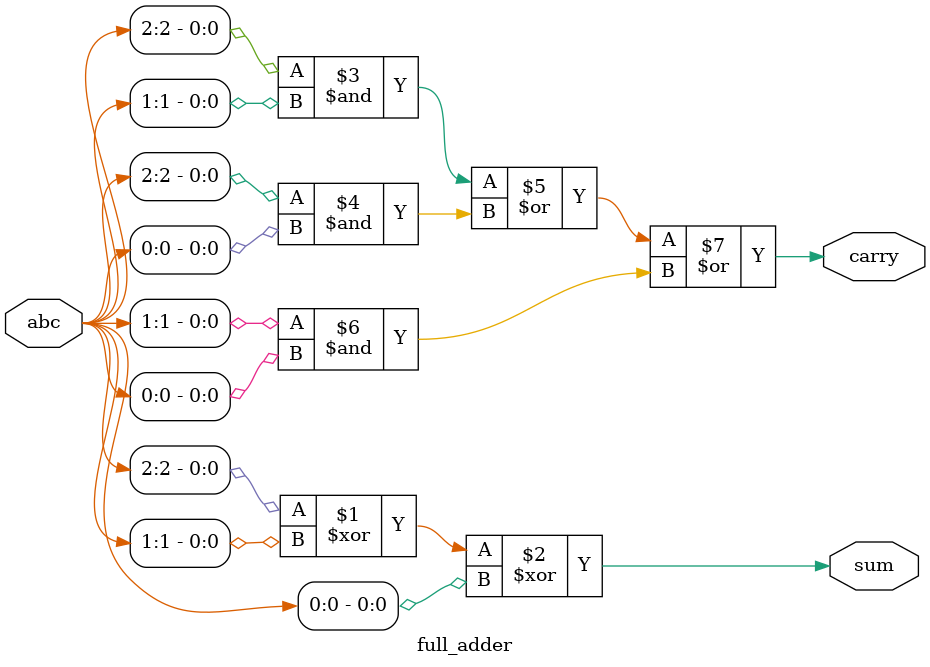
<source format=v>
module full_adder #(parameter DATA=16)(
  input [DATA-1:0] abc,
  
  output sum,
  output carry  

);
  
  assign sum   = abc[2] ^ abc [1] ^ abc[0] ;
  
  assign carry = (abc[2] & abc [1])|(abc[2] & abc [0])|(abc[1] & abc [0]);
  
endmodule
  
  

</source>
